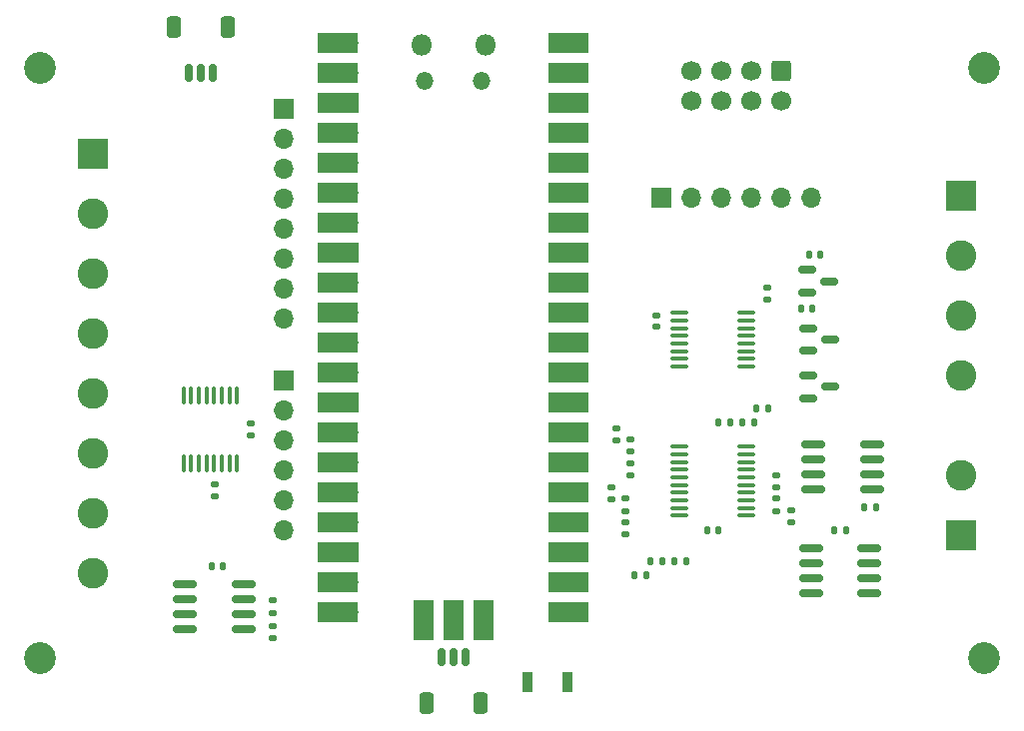
<source format=gts>
%TF.GenerationSoftware,KiCad,Pcbnew,8.0.2*%
%TF.CreationDate,2024-09-15T12:36:31-05:00*%
%TF.ProjectId,Axis_MCU_V3,41786973-5f4d-4435-955f-56332e6b6963,rev?*%
%TF.SameCoordinates,Original*%
%TF.FileFunction,Soldermask,Top*%
%TF.FilePolarity,Negative*%
%FSLAX46Y46*%
G04 Gerber Fmt 4.6, Leading zero omitted, Abs format (unit mm)*
G04 Created by KiCad (PCBNEW 8.0.2) date 2024-09-15 12:36:31*
%MOMM*%
%LPD*%
G01*
G04 APERTURE LIST*
G04 Aperture macros list*
%AMRoundRect*
0 Rectangle with rounded corners*
0 $1 Rounding radius*
0 $2 $3 $4 $5 $6 $7 $8 $9 X,Y pos of 4 corners*
0 Add a 4 corners polygon primitive as box body*
4,1,4,$2,$3,$4,$5,$6,$7,$8,$9,$2,$3,0*
0 Add four circle primitives for the rounded corners*
1,1,$1+$1,$2,$3*
1,1,$1+$1,$4,$5*
1,1,$1+$1,$6,$7*
1,1,$1+$1,$8,$9*
0 Add four rect primitives between the rounded corners*
20,1,$1+$1,$2,$3,$4,$5,0*
20,1,$1+$1,$4,$5,$6,$7,0*
20,1,$1+$1,$6,$7,$8,$9,0*
20,1,$1+$1,$8,$9,$2,$3,0*%
G04 Aperture macros list end*
%ADD10O,1.800000X1.800000*%
%ADD11O,1.500000X1.500000*%
%ADD12O,1.700000X1.700000*%
%ADD13R,3.500000X1.700000*%
%ADD14R,1.700000X1.700000*%
%ADD15R,1.700000X3.500000*%
%ADD16RoundRect,0.100000X0.637500X0.100000X-0.637500X0.100000X-0.637500X-0.100000X0.637500X-0.100000X0*%
%ADD17RoundRect,0.140000X0.170000X-0.140000X0.170000X0.140000X-0.170000X0.140000X-0.170000X-0.140000X0*%
%ADD18RoundRect,0.150000X0.825000X0.150000X-0.825000X0.150000X-0.825000X-0.150000X0.825000X-0.150000X0*%
%ADD19RoundRect,0.135000X0.185000X-0.135000X0.185000X0.135000X-0.185000X0.135000X-0.185000X-0.135000X0*%
%ADD20RoundRect,0.150000X-0.587500X-0.150000X0.587500X-0.150000X0.587500X0.150000X-0.587500X0.150000X0*%
%ADD21RoundRect,0.135000X0.135000X0.185000X-0.135000X0.185000X-0.135000X-0.185000X0.135000X-0.185000X0*%
%ADD22RoundRect,0.100000X-0.100000X0.637500X-0.100000X-0.637500X0.100000X-0.637500X0.100000X0.637500X0*%
%ADD23R,2.600000X2.600000*%
%ADD24C,2.600000*%
%ADD25RoundRect,0.135000X-0.135000X-0.185000X0.135000X-0.185000X0.135000X0.185000X-0.135000X0.185000X0*%
%ADD26RoundRect,0.140000X0.140000X0.170000X-0.140000X0.170000X-0.140000X-0.170000X0.140000X-0.170000X0*%
%ADD27RoundRect,0.150000X-0.825000X-0.150000X0.825000X-0.150000X0.825000X0.150000X-0.825000X0.150000X0*%
%ADD28RoundRect,0.140000X-0.140000X-0.170000X0.140000X-0.170000X0.140000X0.170000X-0.140000X0.170000X0*%
%ADD29RoundRect,0.135000X-0.185000X0.135000X-0.185000X-0.135000X0.185000X-0.135000X0.185000X0.135000X0*%
%ADD30RoundRect,0.250000X-0.600000X0.600000X-0.600000X-0.600000X0.600000X-0.600000X0.600000X0.600000X0*%
%ADD31C,1.700000*%
%ADD32C,2.700000*%
%ADD33RoundRect,0.150000X-0.150000X-0.625000X0.150000X-0.625000X0.150000X0.625000X-0.150000X0.625000X0*%
%ADD34RoundRect,0.250000X-0.350000X-0.650000X0.350000X-0.650000X0.350000X0.650000X-0.350000X0.650000X0*%
%ADD35RoundRect,0.100000X-0.637500X-0.100000X0.637500X-0.100000X0.637500X0.100000X-0.637500X0.100000X0*%
%ADD36RoundRect,0.150000X0.150000X0.625000X-0.150000X0.625000X-0.150000X-0.625000X0.150000X-0.625000X0*%
%ADD37RoundRect,0.250000X0.350000X0.650000X-0.350000X0.650000X-0.350000X-0.650000X0.350000X-0.650000X0*%
%ADD38R,0.900000X1.700000*%
G04 APERTURE END LIST*
D10*
%TO.C,U1*%
X97275000Y-33000000D03*
D11*
X97575000Y-36030000D03*
X102425000Y-36030000D03*
D10*
X102725000Y-33000000D03*
D12*
X91110000Y-32870000D03*
D13*
X90210000Y-32870000D03*
D12*
X91110000Y-35410000D03*
D13*
X90210000Y-35410000D03*
D14*
X91110000Y-37950000D03*
D13*
X90210000Y-37950000D03*
D12*
X91110000Y-40490000D03*
D13*
X90210000Y-40490000D03*
D12*
X91110000Y-43030000D03*
D13*
X90210000Y-43030000D03*
D12*
X91110000Y-45570000D03*
D13*
X90210000Y-45570000D03*
D12*
X91110000Y-48110000D03*
D13*
X90210000Y-48110000D03*
D14*
X91110000Y-50650000D03*
D13*
X90210000Y-50650000D03*
D12*
X91110000Y-53190000D03*
D13*
X90210000Y-53190000D03*
D12*
X91110000Y-55730000D03*
D13*
X90210000Y-55730000D03*
D12*
X91110000Y-58270000D03*
D13*
X90210000Y-58270000D03*
D12*
X91110000Y-60810000D03*
D13*
X90210000Y-60810000D03*
D14*
X91110000Y-63350000D03*
D13*
X90210000Y-63350000D03*
D12*
X91110000Y-65890000D03*
D13*
X90210000Y-65890000D03*
D12*
X91110000Y-68430000D03*
D13*
X90210000Y-68430000D03*
D12*
X91110000Y-70970000D03*
D13*
X90210000Y-70970000D03*
D12*
X91110000Y-73510000D03*
D13*
X90210000Y-73510000D03*
D14*
X91110000Y-76050000D03*
D13*
X90210000Y-76050000D03*
D12*
X91110000Y-78590000D03*
D13*
X90210000Y-78590000D03*
D12*
X91110000Y-81130000D03*
D13*
X90210000Y-81130000D03*
D12*
X108890000Y-81130000D03*
D13*
X109790000Y-81130000D03*
D12*
X108890000Y-78590000D03*
D13*
X109790000Y-78590000D03*
D14*
X108890000Y-76050000D03*
D13*
X109790000Y-76050000D03*
D12*
X108890000Y-73510000D03*
D13*
X109790000Y-73510000D03*
D12*
X108890000Y-70970000D03*
D13*
X109790000Y-70970000D03*
D12*
X108890000Y-68430000D03*
D13*
X109790000Y-68430000D03*
D12*
X108890000Y-65890000D03*
D13*
X109790000Y-65890000D03*
D14*
X108890000Y-63350000D03*
D13*
X109790000Y-63350000D03*
D12*
X108890000Y-60810000D03*
D13*
X109790000Y-60810000D03*
D12*
X108890000Y-58270000D03*
D13*
X109790000Y-58270000D03*
D12*
X108890000Y-55730000D03*
D13*
X109790000Y-55730000D03*
D12*
X108890000Y-53190000D03*
D13*
X109790000Y-53190000D03*
D14*
X108890000Y-50650000D03*
D13*
X109790000Y-50650000D03*
D12*
X108890000Y-48110000D03*
D13*
X109790000Y-48110000D03*
D12*
X108890000Y-45570000D03*
D13*
X109790000Y-45570000D03*
D12*
X108890000Y-43030000D03*
D13*
X109790000Y-43030000D03*
D12*
X108890000Y-40490000D03*
D13*
X109790000Y-40490000D03*
D14*
X108890000Y-37950000D03*
D13*
X109790000Y-37950000D03*
D12*
X108890000Y-35410000D03*
D13*
X109790000Y-35410000D03*
D12*
X108890000Y-32870000D03*
D13*
X109790000Y-32870000D03*
D12*
X97460000Y-80900000D03*
D15*
X97460000Y-81800000D03*
D14*
X100000000Y-80900000D03*
D15*
X100000000Y-81800000D03*
D12*
X102540000Y-80900000D03*
D15*
X102540000Y-81800000D03*
%TD*%
D16*
%TO.C,U5*%
X124862500Y-72925000D03*
X124862500Y-72275000D03*
X124862500Y-71625000D03*
X124862500Y-70975000D03*
X124862500Y-70325000D03*
X124862500Y-69675000D03*
X124862500Y-69025000D03*
X124862500Y-68375000D03*
X124862500Y-67725000D03*
X124862500Y-67075000D03*
X119137500Y-67075000D03*
X119137500Y-67725000D03*
X119137500Y-68375000D03*
X119137500Y-69025000D03*
X119137500Y-69675000D03*
X119137500Y-70325000D03*
X119137500Y-70975000D03*
X119137500Y-71625000D03*
X119137500Y-72275000D03*
X119137500Y-72925000D03*
%TD*%
D17*
%TO.C,C1*%
X117200000Y-56880000D03*
X117200000Y-55920000D03*
%TD*%
D18*
%TO.C,U9*%
X135475000Y-70705000D03*
X135475000Y-69435000D03*
X135475000Y-68165000D03*
X135475000Y-66895000D03*
X130525000Y-66895000D03*
X130525000Y-68165000D03*
X130525000Y-69435000D03*
X130525000Y-70705000D03*
%TD*%
D19*
%TO.C,R17*%
X115000000Y-69510000D03*
X115000000Y-68490000D03*
%TD*%
%TO.C,R15*%
X113400000Y-71510000D03*
X113400000Y-70490000D03*
%TD*%
D20*
%TO.C,D1*%
X130062500Y-57050000D03*
X130062500Y-58950000D03*
X131937500Y-58000000D03*
%TD*%
D19*
%TO.C,R3*%
X79800000Y-71310000D03*
X79800000Y-70290000D03*
%TD*%
D21*
%TO.C,R7*%
X125510000Y-65000000D03*
X124490000Y-65000000D03*
%TD*%
D22*
%TO.C,U3*%
X81675000Y-62737500D03*
X81025000Y-62737500D03*
X80375000Y-62737500D03*
X79725000Y-62737500D03*
X79075000Y-62737500D03*
X78425000Y-62737500D03*
X77775000Y-62737500D03*
X77125000Y-62737500D03*
X77125000Y-68462500D03*
X77775000Y-68462500D03*
X78425000Y-68462500D03*
X79075000Y-68462500D03*
X79725000Y-68462500D03*
X80375000Y-68462500D03*
X81025000Y-68462500D03*
X81675000Y-68462500D03*
%TD*%
D23*
%TO.C,J3*%
X143000000Y-45780000D03*
D24*
X143000000Y-50860000D03*
X143000000Y-55940000D03*
X143000000Y-61020000D03*
%TD*%
D23*
%TO.C,J2*%
X69495000Y-42220000D03*
D24*
X69495000Y-47300000D03*
X69495000Y-52380000D03*
X69495000Y-57460000D03*
X69495000Y-62540000D03*
X69495000Y-67620000D03*
X69495000Y-72700000D03*
X69495000Y-77780000D03*
%TD*%
D19*
%TO.C,R18*%
X113800000Y-66510000D03*
X113800000Y-65490000D03*
%TD*%
D20*
%TO.C,D2*%
X130062500Y-61050000D03*
X130062500Y-62950000D03*
X131937500Y-62000000D03*
%TD*%
D25*
%TO.C,R8*%
X122490000Y-65000000D03*
X123510000Y-65000000D03*
%TD*%
D21*
%TO.C,R4*%
X119740000Y-76800000D03*
X118720000Y-76800000D03*
%TD*%
D26*
%TO.C,C4*%
X133280000Y-74200000D03*
X132320000Y-74200000D03*
%TD*%
D27*
%TO.C,U8*%
X77250000Y-78730000D03*
X77250000Y-80000000D03*
X77250000Y-81270000D03*
X77250000Y-82540000D03*
X82200000Y-82540000D03*
X82200000Y-81270000D03*
X82200000Y-80000000D03*
X82200000Y-78730000D03*
%TD*%
D28*
%TO.C,C9*%
X129457500Y-55400000D03*
X130417500Y-55400000D03*
%TD*%
D29*
%TO.C,R16*%
X115000000Y-66490000D03*
X115000000Y-67510000D03*
%TD*%
D18*
%TO.C,U4*%
X135275000Y-79505000D03*
X135275000Y-78235000D03*
X135275000Y-76965000D03*
X135275000Y-75695000D03*
X130325000Y-75695000D03*
X130325000Y-76965000D03*
X130325000Y-78235000D03*
X130325000Y-79505000D03*
%TD*%
D14*
%TO.C,J8*%
X117650000Y-46000000D03*
D12*
X120190000Y-46000000D03*
X122730000Y-46000000D03*
X125270000Y-46000000D03*
X127810000Y-46000000D03*
X130350000Y-46000000D03*
%TD*%
D29*
%TO.C,R2*%
X84725000Y-80125000D03*
X84725000Y-81145000D03*
%TD*%
D30*
%TO.C,J10*%
X127810000Y-35200000D03*
D31*
X127810000Y-37740000D03*
X125270000Y-35200000D03*
X125270000Y-37740000D03*
X122730000Y-35200000D03*
X122730000Y-37740000D03*
X120190000Y-35200000D03*
X120190000Y-37740000D03*
%TD*%
D20*
%TO.C,U7*%
X130000000Y-52100000D03*
X130000000Y-54000000D03*
X131875000Y-53050000D03*
%TD*%
D32*
%TO.C,H4*%
X145000000Y-35000000D03*
%TD*%
%TO.C,H2*%
X65000000Y-85000000D03*
%TD*%
D17*
%TO.C,C2*%
X126600000Y-54560000D03*
X126600000Y-53600000D03*
%TD*%
D23*
%TO.C,J5*%
X143000000Y-74545000D03*
D24*
X143000000Y-69465000D03*
%TD*%
D19*
%TO.C,R14*%
X114600000Y-74510000D03*
X114600000Y-73490000D03*
%TD*%
D32*
%TO.C,H3*%
X145000000Y-85000000D03*
%TD*%
D29*
%TO.C,R12*%
X128600000Y-72490000D03*
X128600000Y-73510000D03*
%TD*%
D21*
%TO.C,R6*%
X116400000Y-78000000D03*
X115380000Y-78000000D03*
%TD*%
D29*
%TO.C,R13*%
X114600000Y-71490000D03*
X114600000Y-72510000D03*
%TD*%
D26*
%TO.C,C10*%
X135800000Y-72200000D03*
X134840000Y-72200000D03*
%TD*%
%TO.C,C7*%
X80480000Y-77200000D03*
X79520000Y-77200000D03*
%TD*%
D14*
%TO.C,J9*%
X85600000Y-38420000D03*
D12*
X85600000Y-40960000D03*
X85600000Y-43500000D03*
X85600000Y-46040000D03*
X85600000Y-48580000D03*
X85600000Y-51120000D03*
X85600000Y-53660000D03*
X85600000Y-56200000D03*
%TD*%
D33*
%TO.C,J1*%
X99000000Y-84925000D03*
X100000000Y-84925000D03*
X101000000Y-84925000D03*
D34*
X97700000Y-88800000D03*
X102300000Y-88800000D03*
%TD*%
D35*
%TO.C,U2*%
X119137500Y-55725000D03*
X119137500Y-56375000D03*
X119137500Y-57025000D03*
X119137500Y-57675000D03*
X119137500Y-58325000D03*
X119137500Y-58975000D03*
X119137500Y-59625000D03*
X119137500Y-60275000D03*
X124862500Y-60275000D03*
X124862500Y-59625000D03*
X124862500Y-58975000D03*
X124862500Y-58325000D03*
X124862500Y-57675000D03*
X124862500Y-57025000D03*
X124862500Y-56375000D03*
X124862500Y-55725000D03*
%TD*%
D29*
%TO.C,R11*%
X127400000Y-69490000D03*
X127400000Y-70510000D03*
%TD*%
D28*
%TO.C,C8*%
X130120000Y-50800000D03*
X131080000Y-50800000D03*
%TD*%
D36*
%TO.C,J4*%
X79600000Y-35400000D03*
X78600000Y-35400000D03*
X77600000Y-35400000D03*
D37*
X80900000Y-31525000D03*
X76300000Y-31525000D03*
%TD*%
D32*
%TO.C,H1*%
X65000000Y-35000000D03*
%TD*%
D19*
%TO.C,R10*%
X127400000Y-72510000D03*
X127400000Y-71490000D03*
%TD*%
D28*
%TO.C,C5*%
X121520000Y-74200000D03*
X122480000Y-74200000D03*
%TD*%
D38*
%TO.C,SW1*%
X109700000Y-87000000D03*
X106300000Y-87000000D03*
%TD*%
D19*
%TO.C,R1*%
X84725000Y-83345000D03*
X84725000Y-82325000D03*
%TD*%
D25*
%TO.C,R5*%
X116720000Y-76800000D03*
X117740000Y-76800000D03*
%TD*%
D14*
%TO.C,J7*%
X85600000Y-61460000D03*
D12*
X85600000Y-64000000D03*
X85600000Y-66540000D03*
X85600000Y-69080000D03*
X85600000Y-71620000D03*
X85600000Y-74160000D03*
%TD*%
D17*
%TO.C,C3*%
X82800000Y-66080000D03*
X82800000Y-65120000D03*
%TD*%
D25*
%TO.C,R9*%
X125690000Y-63800000D03*
X126710000Y-63800000D03*
%TD*%
M02*

</source>
